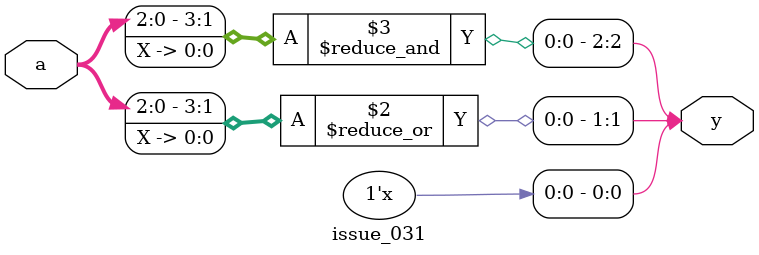
<source format=v>
module issue_031(a, y);
  input [2:0] a;
  output [2:0] y;
  assign y = { &{a,1'bx}, |{a,1'bx}, ^{a,1'bx} };
endmodule

</source>
